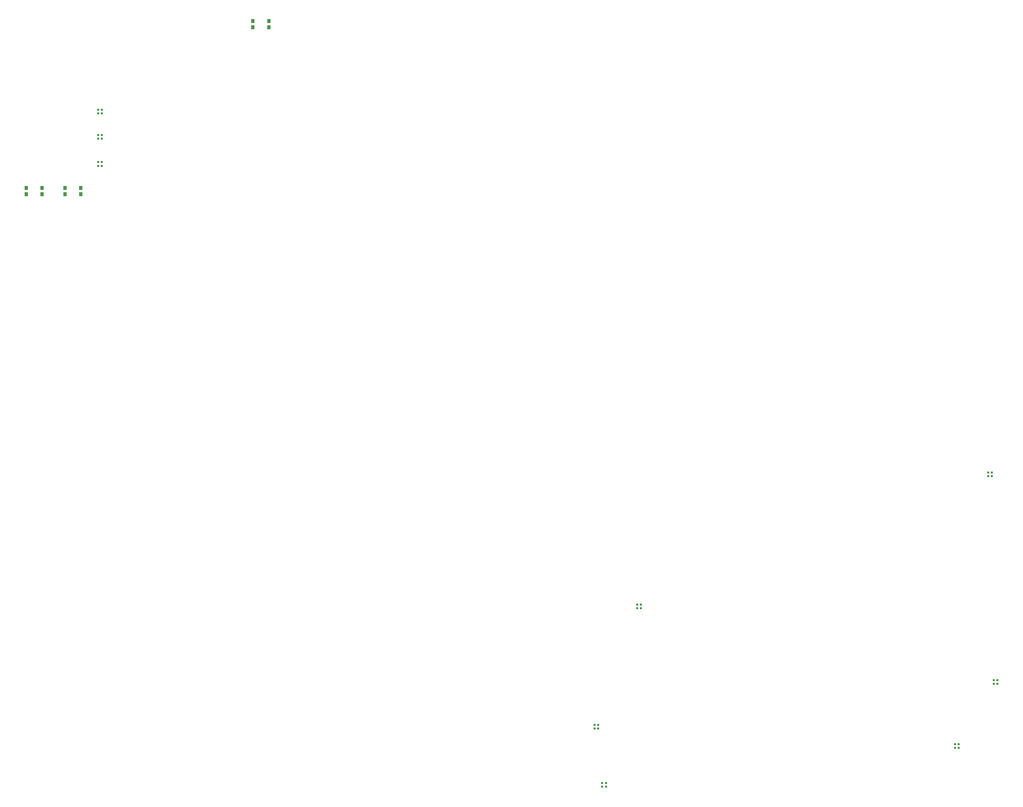
<source format=gtp>
%TF.GenerationSoftware,KiCad,Pcbnew,(6.0.4)*%
%TF.CreationDate,2022-05-26T23:51:57-07:00*%
%TF.ProjectId,top_L,746f705f-4c2e-46b6-9963-61645f706362,rev?*%
%TF.SameCoordinates,Original*%
%TF.FileFunction,Paste,Top*%
%TF.FilePolarity,Positive*%
%FSLAX46Y46*%
G04 Gerber Fmt 4.6, Leading zero omitted, Abs format (unit mm)*
G04 Created by KiCad (PCBNEW (6.0.4)) date 2022-05-26 23:51:57*
%MOMM*%
%LPD*%
G01*
G04 APERTURE LIST*
%ADD10R,0.550000X0.550000*%
%ADD11R,0.900000X1.000000*%
G04 APERTURE END LIST*
D10*
X274525000Y-237475000D03*
X275475000Y-237475000D03*
X275475000Y-236525000D03*
X274525000Y-236525000D03*
X53525000Y-80475000D03*
X54475000Y-80475000D03*
X54475000Y-79525000D03*
X53525000Y-79525000D03*
X53525000Y-73975000D03*
X54475000Y-73975000D03*
X54475000Y-73025000D03*
X53525000Y-73025000D03*
X181525000Y-232475000D03*
X182475000Y-232475000D03*
X182475000Y-231525000D03*
X181525000Y-231525000D03*
X284525000Y-220975000D03*
X285475000Y-220975000D03*
X285475000Y-220025000D03*
X284525000Y-220025000D03*
D11*
X97550000Y-50200000D03*
X93450000Y-50200000D03*
X93450000Y-51800000D03*
X97550000Y-51800000D03*
D10*
X183525000Y-247475000D03*
X184475000Y-247475000D03*
X184475000Y-246525000D03*
X183525000Y-246525000D03*
D11*
X39050000Y-93200000D03*
X34950000Y-93200000D03*
X34950000Y-94800000D03*
X39050000Y-94800000D03*
D10*
X53525000Y-87475000D03*
X54475000Y-87475000D03*
X54475000Y-86525000D03*
X53525000Y-86525000D03*
D11*
X49050000Y-93200000D03*
X44950000Y-93200000D03*
X49050000Y-94800000D03*
X44950000Y-94800000D03*
D10*
X192525000Y-201475000D03*
X193475000Y-201475000D03*
X193475000Y-200525000D03*
X192525000Y-200525000D03*
X283025000Y-167475000D03*
X283975000Y-167475000D03*
X283975000Y-166525000D03*
X283025000Y-166525000D03*
M02*

</source>
